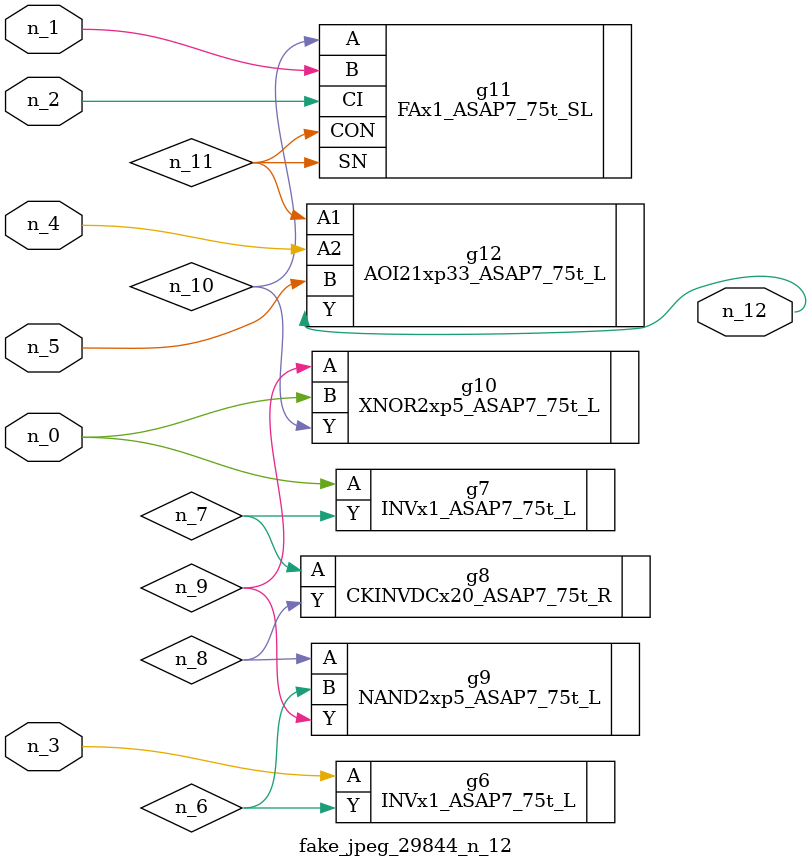
<source format=v>
module fake_jpeg_29844_n_12 (n_3, n_2, n_1, n_0, n_4, n_5, n_12);

input n_3;
input n_2;
input n_1;
input n_0;
input n_4;
input n_5;

output n_12;

wire n_11;
wire n_10;
wire n_8;
wire n_9;
wire n_6;
wire n_7;

INVx1_ASAP7_75t_L g6 ( 
.A(n_3),
.Y(n_6)
);

INVx1_ASAP7_75t_L g7 ( 
.A(n_0),
.Y(n_7)
);

CKINVDCx20_ASAP7_75t_R g8 ( 
.A(n_7),
.Y(n_8)
);

NAND2xp5_ASAP7_75t_L g9 ( 
.A(n_8),
.B(n_6),
.Y(n_9)
);

XNOR2xp5_ASAP7_75t_L g10 ( 
.A(n_9),
.B(n_0),
.Y(n_10)
);

FAx1_ASAP7_75t_SL g11 ( 
.A(n_10),
.B(n_1),
.CI(n_2),
.CON(n_11),
.SN(n_11)
);

AOI21xp33_ASAP7_75t_L g12 ( 
.A1(n_11),
.A2(n_4),
.B(n_5),
.Y(n_12)
);


endmodule
</source>
